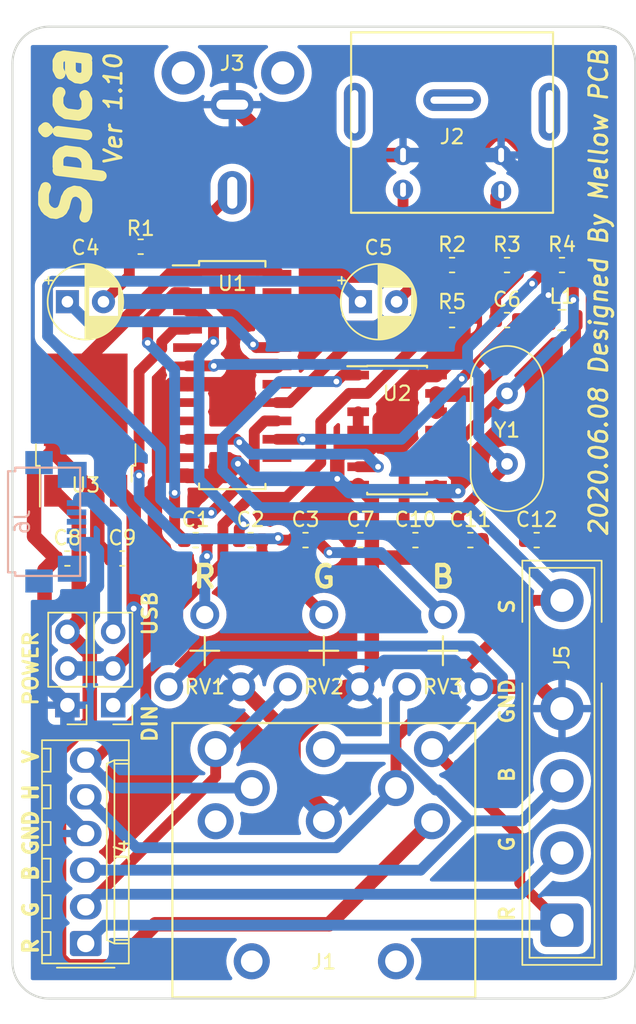
<source format=kicad_pcb>
(kicad_pcb (version 20211014) (generator pcbnew)
  (layers (0 "F.Cu" signal) (31 "B.Cu" signal) (34 "B.Paste" user) (35 "F.Paste" user) (36 "B.SilkS" user "B.Silkscreen") (37 "F.SilkS" user "F.Silkscreen") (38 "B.Mask" user) (39 "F.Mask" user) (44 "Edge.Cuts" user))
  (net 0 "")
  (net 1 "/Rin")
  (net 2 "Net-(C1-Pad2)")
  (net 3 "Net-(C2-Pad2)")
  (net 4 "/Gin")
  (net 5 "/Bin")
  (net 6 "Net-(C3-Pad2)")
  (net 7 "Net-(C4-Pad1)")
  (net 8 "Net-(C4-Pad2)")
  (net 9 "Net-(C5-Pad2)")
  (net 10 "Net-(C5-Pad1)")
  (net 11 "Net-(C6-Pad2)")
  (net 12 "Net-(C6-Pad1)")
  (net 13 "VCC")
  (net 14 "GND")
  (net 15 "+12V")
  (net 16 "Net-(C10-Pad1)")
  (net 17 "/SCin")
  (net 18 "/YTRAP")
  (net 19 "Net-(C12-Pad1)")
  (net 20 "/HSYNC")
  (net 21 "/VSYNC")
  (net 22 "/R")
  (net 23 "/G")
  (net 24 "/B")
  (net 25 "/S_C")
  (net 26 "/S_Y")
  (net 27 "/VIDEO")
  (net 28 "/CSYNC")
  (net 29 "Net-(U2-Pad3)")
  (net 30 "/REG5V")
  (net 31 "/USB5V")
  (footprint "Capacitor_THT:CP_Radial_D5.0mm_P2.50mm" (layer "F.Cu") (at 58.42 81.28)
    (fp_text reference "C4")
    (fp_text value "220u")
  )
  (footprint "Capacitor_THT:CP_Radial_D5.0mm_P2.50mm" (layer "F.Cu") (at 78.74 81.28)
    (fp_text reference "C5")
    (fp_text value "220u")
  )
  (footprint "mei:SOIC-24_4.4x15.4mm_P1.27mm" (layer "F.Cu") (at 69.85 86.36)
    (fp_text reference "U1")
    (fp_text value "BH7236AF")
  )
  (footprint "Connector_PinHeader_2.54mm:PinHeader_1x03_P2.54mm_Vertical" (layer "F.Cu") (at 58.42 109.22 180)
    (fp_text reference "J7" hide)
    (fp_text value "Conn_01x03")
  )
  (footprint "Capacitor_SMD:C_0603_1608Metric" (layer "F.Cu") (at 67.31 97.79)
    (fp_text reference "C1")
    (fp_text value "0.1u")
  )
  (footprint "Capacitor_SMD:C_0603_1608Metric" (layer "F.Cu") (at 71.12 97.79)
    (fp_text reference "C2")
    (fp_text value "0.1u")
  )
  (footprint "Capacitor_SMD:C_0603_1608Metric" (layer "F.Cu") (at 74.93 97.79)
    (fp_text reference "C3")
    (fp_text value "0.1u")
  )
  (footprint "Capacitor_SMD:C_0603_1608Metric" (layer "F.Cu") (at 88.9 82.55)
    (fp_text reference "C6")
    (fp_text value "0.47u")
  )
  (footprint "Capacitor_SMD:C_0603_1608Metric" (layer "F.Cu") (at 78.74 97.79)
    (fp_text reference "C7")
    (fp_text value "C")
  )
  (footprint "Capacitor_SMD:C_0603_1608Metric" (layer "F.Cu") (at 58.42 99.06)
    (fp_text reference "C8")
    (fp_text value "0.33u")
  )
  (footprint "Capacitor_SMD:C_0603_1608Metric" (layer "F.Cu") (at 62.23 99.06)
    (fp_text reference "C9")
    (fp_text value "0.1u")
  )
  (footprint "Capacitor_SMD:C_0603_1608Metric" (layer "F.Cu") (at 82.55 97.79)
    (fp_text reference "C10")
    (fp_text value "20p")
  )
  (footprint "Capacitor_SMD:C_0603_1608Metric" (layer "F.Cu") (at 86.36 97.79)
    (fp_text reference "C11")
    (fp_text value "20p")
  )
  (footprint "Capacitor_SMD:C_0603_1608Metric" (layer "F.Cu") (at 90.9575 97.79)
    (fp_text reference "C12")
    (fp_text value "27p")
  )
  (footprint "mei:MINI-DIN-4-DI-6798-4" (layer "F.Cu") (at 85.09 71.12)
    (fp_text reference "J2")
    (fp_text value "Mini-DIN-4-S")
  )
  (footprint "mei:RCA-HLR-3201VXB-002HG" (layer "F.Cu") (at 69.85 62.23 180)
    (fp_text reference "J3")
    (fp_text value "RCA-VIDEO")
  )
  (footprint "Inductor_SMD:L_0805_2012Metric" (layer "F.Cu") (at 92.71 82.55)
    (fp_text reference "L1")
    (fp_text value "68u")
  )
  (footprint "Resistor_SMD:R_0603_1608Metric" (layer "F.Cu") (at 63.5 77.47 180)
    (fp_text reference "R1")
    (fp_text value "75")
  )
  (footprint "Resistor_SMD:R_0603_1608Metric" (layer "F.Cu") (at 85.09 78.74)
    (fp_text reference "R2")
    (fp_text value "75")
  )
  (footprint "Resistor_SMD:R_0603_1608Metric" (layer "F.Cu") (at 88.9 78.74)
    (fp_text reference "R3")
    (fp_text value "75")
  )
  (footprint "Resistor_SMD:R_0603_1608Metric" (layer "F.Cu") (at 92.71 78.74)
    (fp_text reference "R4")
    (fp_text value "1M")
  )
  (footprint "mei:RV-RM-065" (layer "F.Cu") (at 76.2 107.95)
    (fp_text reference "RV2")
    (fp_text value "2k")
  )
  (footprint "Package_SO:SOIC-14_3.9x8.7mm_P1.27mm" (layer "F.Cu") (at 81.28 90.17)
    (fp_text reference "U2")
    (fp_text value "74HC86")
  )
  (footprint "Package_TO_SOT_SMD:TO-252-2" (layer "F.Cu") (at 59.69 90.17 90)
    (fp_text reference "U3")
    (fp_text value "NJM7805SDL1")
  )
  (footprint "Crystal:Crystal_HC49-4H_Vertical" (layer "F.Cu") (at 88.9 87.63 -90)
    (fp_text reference "Y1")
    (fp_text value "3.579545M")
  )
  (footprint "mei:DIN8_Conn_Female_RTC9016" (layer "F.Cu") (at 76.2 124.46)
    (fp_text reference "J1")
    (fp_text value "DIN-8-CRT")
  )
  (footprint "mei:RV-RM-065" (layer "F.Cu") (at 67.945 107.95)
    (fp_text reference "RV1")
    (fp_text value "2k")
  )
  (footprint "Connector_PinHeader_2.54mm:PinHeader_1x03_P2.54mm_Vertical" (layer "F.Cu") (at 61.595 109.22 180)
    (fp_text reference "SW1" hide)
    (fp_text value "SW_SPDT")
  )
  (footprint "mei:RV-RM-065" (layer "F.Cu") (at 84.455 107.95)
    (fp_text reference "RV3")
    (fp_text value "2k")
  )
  (footprint "Connector_Molex:Molex_KK-254_AE-6410-06A_1x06_P2.54mm_Vertical" (layer "F.Cu") (at 59.69 125.73 90)
    (fp_text reference "J4")
    (fp_text value "Conn_01x06")
  )
  (footprint "mei:Molex_SPOX_05_P5.00mm" (layer "F.Cu") (at 92.71 124.46 90)
    (fp_text reference "J5")
    (fp_text value "Conn_01x05")
  )
  (footprint "Resistor_SMD:R_0603_1608Metric" (layer "F.Cu") (at 85.09 82.55)
    (fp_text reference "R5")
    (fp_text value "R")
  )
  (footprint "mei:MicroUSB_ZX62R-B-5P" (layer "B.Cu") (at 59.055 96.52 90)
    (fp_text reference "J6")
    (fp_text value "USB_B_Micro")
  )
  (gr_line (start 97.79 64.77) (end 97.79 127) (layer "Edge.Cuts") (width 0.15))
  (gr_line (start 95.25 62.23) (end 57.15 62.23) (layer "Edge.Cuts") (width 0.15))
  (gr_arc (start 57.15 129.54) (mid 55.353949 128.796051) (end 54.61 127) (layer "Edge.Cuts") (width 0.15))
  (gr_line (start 57.15 129.54) (end 95.25 129.54) (layer "Edge.Cuts") (width 0.15))
  (gr_arc (start 54.61 64.77) (mid 55.353949 62.973949) (end 57.15 62.23) (layer "Edge.Cuts") (width 0.15))
  (gr_arc (start 95.25 62.23) (mid 97.046051 62.973949) (end 97.79 64.77) (layer "Edge.Cuts") (width 0.15))
  (gr_arc (start 97.79 127) (mid 97.046051 128.796051) (end 95.25 129.54) (layer "Edge.Cuts") (width 0.15))
  (gr_line (start 54.61 64.77) (end 54.61 127) (layer "Edge.Cuts") (width 0.15))
  (gr_text "R     G     B    GND      S" (at 88.9 113.03 90) (layer "F.SilkS") (effects (font (size 1 1) (thickness 0.2))))
  (gr_text "R" (at 67.945 100.33) (layer "F.SilkS") (effects (font (size 1.5 1.5) (thickness 0.3))))
  (gr_text "Ver 1.10" (at 61.595 67.945 90) (layer "F.SilkS") (effects (font (size 1.2 1.2) (thickness 0.2) italic)))
  (gr_text "POWER" (at 55.88 106.68 90) (layer "F.SilkS") (effects (font (size 1 1) (thickness 0.2))))
  (gr_text "G" (at 76.2 100.33) (layer "F.SilkS") (effects (font (size 1.5 1.5) (thickness 0.3))))
  (gr_text "R  G  B GND H  V" (at 55.88 119.38 90) (layer "F.SilkS") (effects (font (size 1 1) (thickness 0.25))))
  (gr_text "USB" (at 64.135 102.87 90) (layer "F.SilkS") (effects (font (size 1 1) (thickness 0.2))))
  (gr_text "DIN" (at 64.135 110.49 90) (layer "F.SilkS") (effects (font (size 1 1) (thickness 0.2))))
  (gr_text "2020.06.08 Designed By Mellow PCB" (at 95.25 80.645 90) (layer "F.SilkS") (effects (font (size 1.25 1.2) (thickness 0.2) italic)))
  (gr_text "B" (at 84.455 100.33) (layer "F.SilkS") (effects (font (size 1.5 1.5) (thickness 0.3))))
  (gr_text "Spica" (at 58.42 69.85 90) (layer "F.SilkS") (effects (font (size 3 3) (thickness 0.75) italic)))
  (segment (start 65.8693 80.645) (end 63.9856 82.5287) (width 0.75) (layer "F.Cu") (net 1))
  (segment (start 66.5225 97.79) (end 65.8552 97.1227) (width 0.75) (layer "F.Cu") (net 1))
  (segment (start 65.8552 97.1227) (end 65.8552 94.5143) (width 0.75) (layer "F.Cu") (net 1))
  (segment (start 63.9856 82.5287) (end 63.9856 84.1295) (width 0.75) (layer "F.Cu") (net 1))
  (segment (start 66.75 80.645) (end 65.8693 80.645) (width 0.75) (layer "F.Cu") (net 1))
  (via (at 63.9856 84.1295) (size 0.8) (drill 0.4) (layers "F.Cu" "B.Cu") (net 1))
  (via (at 65.8552 94.5143) (size 0.8) (drill 0.4) (layers "F.Cu" "B.Cu") (net 1))
  (segment (start 65.8552 85.9991) (end 65.8552 94.5143) (width 0.75) (layer "B.Cu") (net 1))
  (segment (start 63.9856 84.1295) (end 65.8552 85.9991) (width 0.75) (layer "B.Cu") (net 1))
  (segment (start 68.0975 97.79) (end 68.0975 98.899) (width 0.75) (layer "F.Cu") (net 2))
  (via (at 68.0975 98.899) (size 0.8) (drill 0.4) (layers "F.Cu" "B.Cu") (net 2))
  (segment (start 67.945 99.0515) (end 68.0975 98.899) (width 0.75) (layer "B.Cu") (net 2))
  (segment (start 67.945 102.95) (end 67.945 99.0515) (width 0.75) (layer "B.Cu") (net 2))
  (segment (start 71.9075 98.6575) (end 76.2 102.95) (width 0.75) (layer "F.Cu") (net 3))
  (segment (start 71.9075 97.79) (end 71.9075 98.6575) (width 0.75) (layer "F.Cu") (net 3))
  (segment (start 70.3325 97.79) (end 70.3325 96.9902) (width 0.75) (layer "F.Cu") (net 4))
  (segment (start 68.5477 82.8487) (end 68.5477 84.065) (width 0.75) (layer "F.Cu") (net 4))
  (segment (start 70.3325 96.9902) (end 70.6317 96.691) (width 0.75) (layer "F.Cu") (net 4))
  (segment (start 66.75 81.915) (end 67.614 81.915) (width 0.75) (layer "F.Cu") (net 4))
  (segment (start 67.614 81.915) (end 68.5477 82.8487) (width 0.75) (layer "F.Cu") (net 4))
  (via (at 70.6317 96.691) (size 0.8) (drill 0.4) (layers "F.Cu" "B.Cu") (net 4))
  (via (at 68.5477 84.065) (size 0.8) (drill 0.4) (layers "F.Cu" "B.Cu") (net 4))
  (segment (start 67.5446 85.0681) (end 67.5446 93.6039) (width 0.75) (layer "B.Cu") (net 4))
  (segment (start 68.5477 84.065) (end 67.5446 85.0681) (width 0.75) (layer "B.Cu") (net 4))
  (segment (start 67.5446 93.6039) (end 70.6317 96.691) (width 0.75) (layer "B.Cu") (net 4))
  (segment (start 74.1425 97.79) (end 73.1723 97.79) (width 0.75) (layer "F.Cu") (net 5))
  (segment (start 73.1723 97.79) (end 73.025 97.6427) (width 0.75) (layer "F.Cu") (net 5))
  (segment (start 63.3891 93.3127) (end 63.3891 86.1053) (width 0.75) (layer "F.Cu") (net 5))
  (segment (start 64.9609 84.5335) (end 64.9609 84.0642) (width 0.75) (layer "F.Cu") (net 5))
  (segment (start 65.8401 83.185) (end 66.75 83.185) (width 0.75) (layer "F.Cu") (net 5))
  (segment (start 64.9609 84.0642) (end 65.8401 83.185) (width 0.75) (layer "F.Cu") (net 5))
  (segment (start 63.3891 86.1053) (end 64.9609 84.5335) (width 0.75) (layer "F.Cu") (net 5))
  (via (at 73.025 97.6427) (size 0.8) (drill 0.4) (layers "F.Cu" "B.Cu") (net 5))
  (via (at 63.3891 93.3127) (size 0.8) (drill 0.4) (layers "F.Cu" "B.Cu") (net 5))
  (segment (start 63.3891 93.3127) (end 63.3891 94.8949) (width 0.75) (layer "B.Cu") (net 5))
  (segment (start 63.3891 94.8949) (end 66.1885 97.6943) (width 0.75) (layer "B.Cu") (net 5))
  (segment (start 72.9734 97.6943) (end 73.025 97.6427) (width 0.75) (layer "B.Cu") (net 5))
  (segment (start 66.1885 97.6943) (end 72.9734 97.6943) (width 0.75) (layer "B.Cu") (net 5))
  (segment (start 76.5821 98.6546) (end 75.7175 97.79) (width 0.75) (layer "F.Cu") (net 6))
  (via (at 76.5821 98.6546) (size 0.8) (drill 0.4) (layers "F.Cu" "B.Cu") (net 6))
  (segment (start 76.5821 98.6546) (end 80.1596 98.6546) (width 0.75) (layer "B.Cu") (net 6))
  (segment (start 80.1596 98.6546) (end 84.455 102.95) (width 0.75) (layer "B.Cu") (net 6))
  (segment (start 71.5105 84.455) (end 71.2926 84.2371) (width 0.75) (layer "F.Cu") (net 7))
  (segment (start 72.95 84.455) (end 71.5105 84.455) (width 0.75) (layer "F.Cu") (net 7))
  (via (at 71.2926 84.2371) (size 0.8) (drill 0.4) (layers "F.Cu" "B.Cu") (net 7))
  (segment (start 59.8047 82.6647) (end 58.42 81.28) (width 0.75) (layer "B.Cu") (net 7))
  (segment (start 71.2926 84.2371) (end 69.7202 82.6647) (width 0.75) (layer "B.Cu") (net 7))
  (segment (start 69.7202 82.6647) (end 59.8047 82.6647) (width 0.75) (layer "B.Cu") (net 7))
  (segment (start 60.92 81.28) (end 62.7125 79.4875) (width 0.75) (layer "F.Cu") (net 8))
  (segment (start 62.7125 79.4875) (end 62.7125 77.47) (width 0.75) (layer "F.Cu") (net 8))
  (segment (start 82.1903 80.3297) (end 81.24 81.28) (width 0.75) (layer "F.Cu") (net 9))
  (segment (start 85.8775 78.8235) (end 84.3713 80.3297) (width 0.75) (layer "F.Cu") (net 9))
  (segment (start 84.3713 80.3297) (end 82.1903 80.3297) (width 0.75) (layer "F.Cu") (net 9))
  (segment (start 85.8775 78.74) (end 85.8775 78.8235) (width 0.75) (layer "F.Cu") (net 9))
  (segment (start 72.1064 89.535) (end 72.95 89.535) (width 0.75) (layer "F.Cu") (net 10))
  (segment (start 71.3746 92.921) (end 71.3746 90.2668) (width 0.75) (layer "F.Cu") (net 10))
  (segment (start 68.3966 95.899) (end 71.3746 92.921) (width 0.75) (layer "F.Cu") (net 10))
  (segment (start 71.3746 90.2668) (end 72.1064 89.535) (width 0.75) (layer "F.Cu") (net 10))
  (via (at 68.3966 95.899) (size 0.8) (drill 0.4) (layers "F.Cu" "B.Cu") (net 10))
  (segment (start 78.74 81.28) (end 77.3191 79.8591) (width 0.75) (layer "B.Cu") (net 10))
  (segment (start 57.3918 79.8591) (end 57.0446 80.2063) (width 0.75) (layer "B.Cu") (net 10))
  (segment (start 57.0446 80.2063) (end 57.0446 83.662) (width 0.75) (layer "B.Cu") (net 10))
  (segment (start 64.8799 91.4973) (end 64.8799 94.9487) (width 0.75) (layer "B.Cu") (net 10))
  (segment (start 64.8799 94.9487) (end 65.8302 95.899) (width 0.75) (layer "B.Cu") (net 10))
  (segment (start 77.3191 79.8591) (end 57.3918 79.8591) (width 0.75) (layer "B.Cu") (net 10))
  (segment (start 65.8302 95.899) (end 68.3966 95.899) (width 0.75) (layer "B.Cu") (net 10))
  (segment (start 57.0446 83.662) (end 64.8799 91.4973) (width 0.75) (layer "B.Cu") (net 10))
  (segment (start 72.95 90.805) (end 74.7257 90.805) (width 0.75) (layer "F.Cu") (net 11))
  (segment (start 85.7607 86.6178) (end 89.6875 82.691) (width 0.75) (layer "F.Cu") (net 11))
  (segment (start 89.6875 82.691) (end 89.6875 82.55) (width 0.75) (layer "F.Cu") (net 11))
  (via (at 85.7607 86.6178) (size 0.8) (drill 0.4) (layers "F.Cu" "B.Cu") (net 11))
  (via (at 74.7257 90.805) (size 0.8) (drill 0.4) (layers "F.Cu" "B.Cu") (net 11))
  (segment (start 81.5735 90.805) (end 74.7257 90.805) (width 0.75) (layer "B.Cu") (net 11))
  (segment (start 85.7607 86.6178) (end 81.5735 90.805) (width 0.75) (layer "B.Cu") (net 11))
  (segment (start 89.6875 79.3838) (end 89.6875 78.74) (width 0.75) (layer "F.Cu") (net 12))
  (segment (start 88.1125 80.9588) (end 89.6875 79.3838) (width 0.75) (layer "F.Cu") (net 12))
  (segment (start 88.1125 82.55) (end 88.1125 80.9588) (width 0.75) (layer "F.Cu") (net 12))
  (segment (start 77.7508 91.44) (end 77.1296 92.0612) (width 1) (layer "F.Cu") (net 13))
  (segment (start 65.0016 93.3229) (end 64.4867 93.8378) (width 1) (layer "F.Cu") (net 13))
  (segment (start 83.98 86.36) (end 83.1195 86.36) (width 1) (layer "F.Cu") (net 13))
  (segment (start 85.5116 94.4) (end 85.5116 93.4366) (width 1) (layer "F.Cu") (net 13))
  (segment (start 78.58 91.44) (end 77.7508 91.44) (width 1) (layer "F.Cu") (net 13))
  (segment (start 79.3984 91.44) (end 78.58 91.44) (width 1) (layer "F.Cu") (net 13))
  (segment (start 70.646 85.725) (end 72.95 85.725) (width 1) (layer "F.Cu") (net 13))
  (segment (start 85.8775 84.4625) (end 83.98 86.36) (width 1) (layer "F.Cu") (net 13))
  (segment (start 70.2407 92.5002) (end 69.3959 93.345) (width 1) (layer "F.Cu") (net 13))
  (segment (start 66.7279 93.3229) (end 65.0016 93.3229) (width 1) (layer "F.Cu") (net 13))
  (segment (start 69.376 86.995) (end 70.646 85.725) (width 1) (layer "F.Cu") (net 13))
  (segment (start 66.75 86.995) (end 69.376 86.995) (width 1) (layer "F.Cu") (net 13))
  (segment (start 77.1296 93.546) (end 77.1296 96.9671) (width 1) (layer "F.Cu") (net 13))
  (segment (start 65.0016 93.3229) (end 65.0016 87.6807) (width 1) (layer "F.Cu") (net 13))
  (segment (start 85.8775 82.55) (end 85.8775 84.4625) (width 1) (layer "F.Cu") (net 13))
  (segment (start 64.4867 103.7883) (end 61.595 106.68) (width 1) (layer "F.Cu") (net 13))
  (segment (start 84.785 92.71) (end 83.98 92.71) (width 1) (layer "F.Cu") (net 13))
  (segment (start 66.75 93.345) (end 66.7279 93.3229) (width 1) (layer "F.Cu") (net 13))
  (segment (start 77.1296 92.0612) (end 77.1296 93.546) (width 1) (layer "F.Cu") (net 13))
  (segment (start 69.3959 93.345) (end 66.75 93.345) (width 1) (layer "F.Cu") (net 13))
  (segment (start 65.6873 86.995) (end 66.75 86.995) (width 1) (layer "F.Cu") (net 13))
  (segment (start 80.0701 90.7683) (end 79.3984 91.44) (width 1) (layer "F.Cu") (net 13))
  (segment (start 64.4867 93.8378) (end 64.4867 103.7883) (width 1) (layer "F.Cu") (net 13))
  (segment (start 77.1296 96.9671) (end 77.9525 97.79) (width 1) (layer "F.Cu") (net 13))
  (segment (start 85.5116 93.4366) (end 84.785 92.71) (width 1) (layer "F.Cu") (net 13))
  (segment (start 83.1195 86.36) (end 80.0701 89.4094) (width 1) (layer "F.Cu") (net 13))
  (segment (start 80.0701 89.4094) (end 80.0701 90.7683) (width 1) (layer "F.Cu") (net 13))
  (segment (start 65.0016 87.6807) (end 65.6873 86.995) (width 1) (layer "F.Cu") (net 13))
  (via (at 70.2407 92.5002) (size 0.8) (drill 0.4) (layers "F.Cu" "B.Cu") (net 13))
  (via (at 77.1296 93.546) (size 0.8) (drill 0.4) (layers "F.Cu" "B.Cu") (net 13))
  (via (at 85.5116 94.4) (size 0.8) (drill 0.4) (layers "F.Cu" "B.Cu") (net 13))
  (segment (start 71.2865 93.546) (end 77.1296 93.546) (width 1) (layer "B.Cu") (net 13))
  (segment (start 70.2407 92.5002) (end 71.2865 93.546) (width 1) (layer "B.Cu") (net 13))
  (segment (start 77.9836 94.4) (end 85.5116 94.4) (width 1) (layer "B.Cu") (net 13))
  (segment (start 58.42 106.68) (end 61.595 106.68) (width 1) (layer "B.Cu") (net 13))
  (segment (start 77.1296 93.546) (end 77.9836 94.4) (width 1) (layer "B.Cu") (net 13))
  (segment (start 60.4951 98.1126) (end 61.4425 99.06) (width 1) (layer "F.Cu") (net 14))
  (segment (start 72.5524 78.9774) (end 72.95 79.375) (width 1) (layer "F.Cu") (net 14))
  (segment (start 74.0985 111.6034) (end 74.0984 111.6035) (width 1) (layer "F.Cu") (net 14))
  (segment (start 83.3375 98.0214) (end 83.3375 97.79) (width 1) (layer "F.Cu") (net 14))
  (segment (start 70.445 107.95) (end 74.0985 111.6034) (width 1) (layer "F.Cu") (net 14))
  (segment (start 57.4074 90.3526) (end 59.69 88.07) (width 1) (layer "F.Cu") (net 14))
  (segment (start 71.597 69.377) (end 69.85 67.63) (width 1) (layer "F.Cu") (net 14))
  (segment (start 91.2 107.95) (end 92.71 109.46) (width 1) (layer "F.Cu") (net 14))
  (segment (start 67.1476 78.9774) (end 71.597 78.9774) (width 1) (layer "F.Cu") (net 14))
  (segment (start 84.2874 98.9713) (end 86.2071 98.9713) (width 1) (layer "F.Cu") (net 14))
  (segment (start 66.75 79.375) (end 67.1476 78.9774) (width 1) (layer "F.Cu") (net 14))
  (segment (start 56.1096 97.5371) (end 56.1096 92.9381) (width 1) (layer "F.Cu") (net 14))
  (segment (start 74.0984 114.3122) (end 76.2 116.4138) (width 1) (layer "F.Cu") (net 14))
  (segment (start 76.2 116.4138) (end 76.2 117.26) (width 1) (layer "F.Cu") (net 14))
  (segment (start 91.7725 82.55) (end 91.7725 80.8208) (width 1) (layer "F.Cu") (net 14))
  (segment (start 79.5275 97.79) (end 79.5275 98.9994) (width 1) (layer "F.Cu") (net 14))
  (segment (start 83.3375 98.0214) (end 84.2874 98.9713) (width 1) (layer "F.Cu") (net 14))
  (segment (start 58.42 109.22) (end 56.8354 107.6354) (width 1) (layer "F.Cu") (net 14))
  (segment (start 84.0387 87.6887) (end 83.98 87.63) (width 1) (layer "F.Cu") (net 14))
  (segment (start 86.955 107.95) (end 91.2 107.95) (width 1) (layer "F.Cu") (net 14))
  (segment (start 56.1096 92.9381) (end 57.4075 91.6402) (width 1) (layer "F.Cu") (net 14))
  (segment (start 86.6044 87.7181) (end 91.7725 82.55) (width 1) (layer "F.Cu") (net 14))
  (segment (start 71.597 71.12) (end 71.597 69.377) (width 1) (layer "F.Cu") (net 14))
  (segment (start 79.5275 94.9275) (end 78.58 93.98) (width 1) (layer "F.Cu") (net 14))
  (segment (start 59.69 85.2956) (end 65.6106 79.375) (width 1) (layer "F.Cu") (net 14))
  (segment (start 79.5275 97.79) (end 79.5275 94.9275) (width 1) (layer "F.Cu") (net 14))
  (segment (start 77.7519 107.95) (end 74.0985 111.6034) (width 1) (layer "F.Cu") (net 14))
  (segment (start 57.4075 91.6402) (end 60.4951 94.7279) (width 1) (layer "F.Cu") (net 14))
  (segment (start 57.6325 99.06) (end 56.1096 97.5371) (width 1) (layer "F.Cu") (net 14))
  (segment (start 86.2071 98.9713) (end 87.1475 98.0309) (width 1) (layer "F.Cu") (net 14))
  (segment (start 57.4074 91.6402) (end 57.4074 90.3526) (width 1) (layer "F.Cu") (net 14))
  (segment (start 79.5275 107.1225) (end 78.7 107.95) (width 1) (layer "F.Cu") (net 14))
  (segment (start 56.8354 107.6354) (end 56.8354 99.8571) (width 1) (layer "F.Cu") (net 14))
  (segment (start 79.5275 98.9994) (end 79.5275 107.1225) (width 1) (layer "F.Cu") (net 14))
  (segment (start 71.597 78.9774) (end 72.5524 78.9774) (width 1) (layer "F.Cu") (net 14))
  (segment (start 74.0984 111.6035) (end 74.0984 114.3122) (width 1) (layer "F.Cu") (net 14))
  (segment (start 84.0387 87.7181) (end 84.0387 87.6887) (width 1) (layer "F.Cu") (net 14))
  (segment (start 84.0387 88.8413) (end 84.0387 87.7181) (width 1) (layer "F.Cu") (net 14))
  (segment (start 83.98 88.9) (end 84.0387 88.8413) (width 1) (layer "F.Cu") (net 14))
  (segment (start 65.6106 79.375) (end 66.75 79.375) (width 1) (layer "F.Cu") (net 14))
  (segment (start 78.7 107.95) (end 77.7519 107.95) (width 1) (layer "F.Cu") (net 14))
  (segment (start 59.69 88.07) (end 59.69 85.2956) (width 1) (layer "F.Cu") (net 14))
  (segment (start 57.4075 91.6402) (end 57.4074 91.6402) (width 1) (layer "F.Cu") (net 14))
  (segment (start 79.5275 98.9994) (end 82.3595 98.9994) (width 1) (layer "F.Cu") (net 14))
  (segment (start 84.0387 87.7181) (end 86.6044 87.7181) (width 1) (layer "F.Cu") (net 14))
  (segment (start 56.8354 99.8571) (end 57.6325 99.06) (width 1) (layer "F.Cu") (net 14))
  (segment (start 60.4951 94.7279) (end 60.4951 98.1126) (width 1) (layer "F.Cu") (net 14))
  (segment (start 71.597 78.9774) (end 71.597 71.12) (width 1) (layer "F.Cu") (net 14))
  (segment (start 81.69 71.12) (end 71.597 71.12) (width 1) (layer "F.Cu") (net 14))
  (segment (start 82.3595 98.9994) (end 83.3375 98.0214) (width 1) (layer "F.Cu") (net 14))
  (segment (start 87.1475 98.0309) (end 87.1475 97.79) (width 1) (layer "F.Cu") (net 14))
  (via (at 91.7725 80.8208) (size 0.8) (drill 0.4) (layers "F.Cu" "B.Cu") (net 14))
  (segment (start 57.8896 116.3096) (end 59.69 118.11) (width 1) (layer "B.Cu") (net 14))
  (segment (start 57.8896 111.315) (end 57.8896 116.3096) (width 1) (layer "B.Cu") (net 14))
  (segment (start 78.7 107.95) (end 80.4236 106.2264) (width 1) (layer "B.Cu") (net 14))
  (segment (start 91.7725 74.4025) (end 91.7725 80.8208) (width 1) (layer "B.Cu") (net 14))
  (segment (start 81.69 71.12) (end 88.49 71.12) (width 1) (layer "B.Cu") (net 14))
  (segment (start 69.57 107.95) (end 66.7354 110.7846) (width 1) (layer "B.Cu") (net 14))
  (segment (start 60.0076 98.0704) (end 60.4697 98.5325) (width 1) (layer "B.Cu") (net 14))
  (segment (start 85.2314 106.2264) (end 86.955 107.95) (width 1) (layer "B.Cu") (net 14))
  (segment (start 88.49 71.12) (end 91.7725 74.4025) (width 1) (layer "B.Cu") (net 14))
  (segment (start 59.055 98.0704) (end 60.0076 98.0704) (width 1) (layer "B.Cu") (net 14))
  (segment (start 66.7354 110.7846) (end 58.42 110.7846) (width 1) (layer "B.Cu") (net 14))
  (segment (start 59.2952 102.1204) (end 58.2339 102.1204) (width 1) (layer "B.Cu") (net 14))
  (segment (start 56.8254 107.6254) (end 58.42 109.22) (width 1) (layer "B.Cu") (net 14))
  (segment (start 60.4697 100.9459) (end 59.2952 102.1204) (width 1) (layer "B.Cu") (net 14))
  (segment (start 60.4697 98.5325) (end 60.4697 100.9459) (width 1) (layer "B.Cu") (net 14))
  (segment (start 80.4236 106.2264) (end 85.2314 106.2264) (width 1) (layer "B.Cu") (net 14))
  (segment (start 58.42 110.7846) (end 58.42 109.22) (width 1) (layer "B.Cu") (net 14))
  (segment (start 58.2339 102.1204) (end 56.8254 103.5289) (width 1) (layer "B.Cu") (net 14))
  (segment (start 70.445 107.95) (end 69.57 107.95) (width 1) (layer "B.Cu") (net 14))
  (segment (start 58.42 110.7846) (end 57.8896 111.315) (width 1) (layer "B.Cu") (net 14))
  (segment (start 56.8254 103.5289) (end 56.8254 107.6254) (width 1) (layer "B.Cu") (net 14))
  (segment (start 59.055 98.0704) (end 59.055 97.82) (width 0.3998) (layer "B.Cu") (net 14))
  (segment (start 76.5653 124.3947) (end 83.7 117.26) (width 1) (layer "F.Cu") (net 15))
  (segment (start 59.9704 105.6904) (end 59.9704 110.36) (width 1) (layer "F.Cu") (net 15))
  (segment (start 59.56 110.7704) (end 59.4555 110.7704) (width 1) (layer "F.Cu") (net 15))
  (segment (start 57.41 94.37) (end 59.2075 96.1675) (width 1) (layer "F.Cu") (net 15))
  (segment (start 59.4555 110.7704) (end 57.8423 112.3836) (width 1) (layer "F.Cu") (net 15))
  (segment (start 64.5237 124.3947) (end 76.5653 124.3947) (width 1) (layer "F.Cu") (net 15))
  (segment (start 57.8423 112.3836) (end 57.8423 126.7385) (width 1) (layer "F.Cu") (net 15))
  (segment (start 61.6115 127.3069) (end 64.5237 124.3947) (width 1) (layer "F.Cu") (net 15))
  (segment (start 58.4107 127.3069) (end 61.6115 127.3069) (width 1) (layer "F.Cu") (net 15))
  (segment (start 59.2075 96.1675) (end 59.2075 99.06) (width 1) (layer "F.Cu") (net 15))
  (segment (start 58.42 104.14) (end 59.2075 103.3525) (width 1) (layer "F.Cu") (net 15))
  (segment (start 57.8423 126.7385) (end 58.4107 127.3069) (width 1) (layer "F.Cu") (net 15))
  (segment (start 59.9704 110.36) (end 59.56 110.7704) (width 1) (layer "F.Cu") (net 15))
  (segment (start 58.42 104.14) (end 59.9704 105.6904) (width 1) (layer "F.Cu") (net 15))
  (segment (start 59.2075 103.3525) (end 59.2075 99.06) (width 1) (layer "F.Cu") (net 15))
  (segment (start 83.98 91.44) (end 83.3808 91.44) (width 0.75) (layer "F.Cu") (net 16))
  (segment (start 81.7625 93.0583) (end 81.7625 97.79) (width 0.75) (layer "F.Cu") (net 16))
  (segment (start 85.09 91.44) (end 83.98 91.44) (width 0.75) (layer "F.Cu") (net 16))
  (segment (start 93.4975 78.74) (end 93.4975 81.1591) (width 0.75) (layer "F.Cu") (net 16))
  (segment (start 88.9 87.63) (end 85.09 91.44) (width 0.75) (layer "F.Cu") (net 16))
  (segment (start 83.3808 91.44) (end 81.7625 93.0583) (width 0.75) (layer "F.Cu") (net 16))
  (via (at 93.4975 81.1591) (size 0.8) (drill 0.4) (layers "F.Cu" "B.Cu") (net 16))
  (segment (start 93.4975 83.0325) (end 93.4975 81.1591) (width 0.75) (layer "B.Cu") (net 16))
  (segment (start 88.9 87.63) (end 93.4975 83.0325) (width 0.75) (layer "B.Cu") (net 16))
  (segment (start 83.98 94.3923) (end 85.551 95.9633) (width 0.75) (layer "F.Cu") (net 17))
  (segment (start 85.551 95.9633) (end 85.551 97.7685) (width 0.75) (layer "F.Cu") (net 17))
  (segment (start 88.9 92.51) (end 88.9 92.6143) (width 0.75) (layer "F.Cu") (net 17))
  (segment (start 88.9 92.6143) (end 85.551 95.9633) (width 0.75) (layer "F.Cu") (net 17))
  (segment (start 90.6379 80.0246) (end 91.9225 78.74) (width 0.75) (layer "F.Cu") (net 17))
  (segment (start 85.551 97.7685) (end 85.5725 97.79) (width 0.75) (layer "F.Cu") (net 17))
  (segment (start 83.98 93.98) (end 83.98 94.3923) (width 0.75) (layer "F.Cu") (net 17))
  (segment (start 66.75 85.725) (end 68.5685 85.725) (width 0.75) (layer "F.Cu") (net 17))
  (via (at 90.6379 80.0246) (size 0.8) (drill 0.4) (layers "F.Cu" "B.Cu") (net 17))
  (via (at 68.5685 85.725) (size 0.8) (drill 0.4) (layers "F.Cu" "B.Cu") (net 17))
  (segment (start 86.9377 90.5477) (end 86.9377 86.3934) (width 0.75) (layer "B.Cu") (net 17))
  (segment (start 86.1645 84.498) (end 86.1645 85.6202) (width 0.75) (layer "B.Cu") (net 17))
  (segment (start 90.6379 80.0246) (end 86.1645 84.498) (width 0.75) (layer "B.Cu") (net 17))
  (segment (start 68.6733 85.6202) (end 68.5685 85.725) (width 0.75) (layer "B.Cu") (net 17))
  (segment (start 86.1645 85.6202) (end 68.6733 85.6202) (width 0.75) (layer "B.Cu") (net 17))
  (segment (start 88.9 92.51) (end 86.9377 90.5477) (width 0.75) (layer "B.Cu") (net 17))
  (segment (start 86.9377 86.3934) (end 86.1645 85.6202) (width 0.75) (layer "B.Cu") (net 17))
  (segment (start 83.6203 81.4746) (end 84.7411 81.4746) (width 0.75) (layer "F.Cu") (net 18))
  (segment (start 87.9899 69.8077) (end 89.0068 69.8077) (width 0.75) (layer "F.Cu") (net 18))
  (segment (start 73.8224 88.265) (end 77.8817 84.2057) (width 0.75) (layer "F.Cu") (net 18))
  (segment (start 86.8911 70.9065) (end 87.9899 69.8077) (width 0.75) (layer "F.Cu") (net 18))
  (segment (start 84.7411 81.4746) (end 86.8911 79.3246) (width 0.75) (layer "F.Cu") (net 18))
  (segment (start 89.0068 69.8077) (end 94.7333 75.5342) (width 0.75) (layer "F.Cu") (net 18))
  (segment (start 86.8911 79.3246) (end 86.8911 70.9065) (width 0.75) (layer "F.Cu") (net 18))
  (segment (start 72.95 88.265) (end 73.8224 88.265) (width 0.75) (layer "F.Cu") (net 18))
  (segment (start 94.7333 75.5342) (end 94.7333 94.8017) (width 0.75) (layer "F.Cu") (net 18))
  (segment (start 80.8892 84.2057) (end 83.6203 81.4746) (width 0.75) (layer "F.Cu") (net 18))
  (segment (start 77.8817 84.2057) (end 80.8892 84.2057) (width 0.75) (layer "F.Cu") (net 18))
  (segment (start 94.7333 94.8017) (end 91.745 97.79) (width 0.75) (layer "F.Cu") (net 18))
  (segment (start 93.6475 90.1062) (end 90.17 93.5837) (width 0.75) (layer "F.Cu") (net 19))
  (segment (start 90.17 93.5837) (end 90.17 97.79) (width 0.75) (layer "F.Cu") (net 19))
  (segment (start 93.6475 82.55) (end 93.6475 90.1062) (width 0.75) (layer "F.Cu") (net 19))
  (segment (start 90.717 101.96) (end 92.71 101.96) (width 0.75) (layer "F.Cu") (net 20))
  (segment (start 81.2 111.477) (end 90.717 101.96) (width 0.75) (layer "F.Cu") (net 20))
  (segment (start 77.0698 86.8087) (end 77.5185 86.36) (width 0.75) (layer "F.Cu") (net 20))
  (segment (start 81.2 114.96) (end 81.2 111.477) (width 0.75) (layer "F.Cu") (net 20))
  (segment (start 77.5185 86.36) (end 78.58 86.36) (width 0.75) (layer "F.Cu") (net 20))
  (via (at 77.0698 86.8087) (size 0.8) (drill 0.4) (layers "F.Cu" "B.Cu") (net 20))
  (segment (start 69.1621 90.7692) (end 73.1226 86.8087) (width 0.75) (layer "B.Cu") (net 20))
  (segment (start 59.69 115.57) (end 63.2132 119.0932) (width 0.75) (layer "B.Cu") (net 20))
  (segment (start 63.2132 119.0932) (end 77.0668 119.0932) (width 0.75) (layer "B.Cu") (net 20))
  (segment (start 92.71 101.96) (end 86.2866 95.5366) (width 0.75) (layer "B.Cu") (net 20))
  (segment (start 86.2866 95.5366) (end 71.7552 95.5366) (width 0.75) (layer "B.Cu") (net 20))
  (segment (start 77.0668 119.0932) (end 81.2 114.96) (width 0.75) (layer "B.Cu") (net 20))
  (segment (start 69.1621 92.9435) (end 69.1621 90.7692) (width 0.75) (layer "B.Cu") (net 20))
  (segment (start 73.1226 86.8087) (end 77.0698 86.8087) (width 0.75) (layer "B.Cu") (net 20))
  (segment (start 71.7552 95.5366) (end 69.1621 92.9435) (width 0.75) (layer "B.Cu") (net 20))
  (segment (start 75.9874 92.4362) (end 75.9874 89.5868) (width 0.75) (layer "F.Cu") (net 21))
  (segment (start 63.8541 107.0967) (end 66.0698 104.881) (width 0.75) (layer "F.Cu") (net 21))
  (segment (start 69.2018 99.3522) (end 69.2018 96.7413) (width 0.75) (layer "F.Cu") (net 21))
  (segment (start 69.2018 96.7413) (end 71.1167 94.8264) (width 0.75) (layer "F.Cu") (net 21))
  (segment (start 66.0698 104.881) (end 66.0698 102.4842) (width 0.75) (layer "F.Cu") (net 21))
  (segment (start 63.8541 109.4789) (end 63.8541 107.0967) (width 0.75) (layer "F.Cu") (net 21))
  (segment (start 59.69 113.03) (end 60.303 113.03) (width 0.75) (layer "F.Cu") (net 21))
  (segment (start 78.58 87.63) (end 79.2225 87.63) (width 0.75) (layer "F.Cu") (net 21))
  (segment (start 79.2225 87.63) (end 84.3025 82.55) (width 0.75) (layer "F.Cu") (net 21))
  (segment (start 77.9442 87.63) (end 78.58 87.63) (width 0.75) (layer "F.Cu") (net 21))
  (segment (start 60.303 113.03) (end 63.8541 109.4789) (width 0.75) (layer "F.Cu") (net 21))
  (segment (start 75.9874 89.5868) (end 77.9442 87.63) (width 0.75) (layer "F.Cu") (net 21))
  (segment (start 71.1167 94.8264) (end 73.5972 94.8264) (width 0.75) (layer "F.Cu") (net 21))
  (segment (start 66.0698 102.4842) (end 69.2018 99.3522) (width 0.75) (layer "F.Cu") (net 21))
  (segment (start 73.5972 94.8264) (end 75.9874 92.4362) (width 0.75) (layer "F.Cu") (net 21))
  (segment (start 61.62 114.96) (end 71.2 114.96) (width 0.75) (layer "B.Cu") (net 21))
  (segment (start 59.69 113.03) (end 61.62 114.96) (width 0.75) (layer "B.Cu") (net 21))
  (segment (start 89.7854 118.3454) (end 89.7854 121.5354) (width 0.75) (layer "F.Cu") (net 22))
  (segment (start 83.7 112.26) (end 89.7854 118.3454) (width 0.75) (layer "F.Cu") (net 22))
  (segment (start 89.7854 121.5354) (end 92.71 124.46) (width 0.75) (layer "F.Cu") (net 22))
  (segment (start 59.69 125.73) (end 60.96 124.46) (width 0.75) (layer "B.Cu") (net 22))
  (segment (start 60.96 124.46) (end 92.71 124.46) (width 0.75) (layer "B.Cu") (net 22))
  (segment (start 86.4327 105.1279) (end 68.2671 105.1279) (width 0.75) (layer "B.Cu") (net 22))
  (segment (start 88.5845 108.5576) (end 88.5845 107.2797) (width 0.75) (layer "B.Cu") (net 22))
  (segment (start 68.2671 105.1279) (end 65.445 107.95) (width 0.75) (layer "B.Cu") (net 22))
  (segment (start 84.8821 112.26) (end 88.5845 108.5576) (width 0.75) (layer "B.Cu") (net 22))
  (segment (start 83.7 112.26) (end 84.8821 112.26) (width 0.75) (layer "B.Cu") (net 22))
  (segment (start 88.5845 107.2797) (end 86.4327 105.1279) (width 0.75) (layer "B.Cu") (net 22))
  (segment (start 68.7 112.26) (end 68.7 114.18) (width 0.75) (layer "F.Cu") (net 23))
  (segment (start 68.7 114.18) (end 59.69 123.19) (width 0.75) (layer "F.Cu") (net 23))
  (segment (start 89.8509 122.3191) (end 60.5609 122.3191) (width 0.75) (layer "B.Cu") (net 23))
  (segment (start 68.7 112.26) (end 69.39 112.26) (width 0.75) (layer "B.Cu") (net 23))
  (segment (start 60.5609 122.3191) (end 59.69 123.19) (width 0.75) (layer "B.Cu") (net 23))
  (segment (start 92.71 119.46) (end 89.8509 122.3191) (width 0.75) (layer "B.Cu") (net 23))
  (segment (start 69.39 112.26) (end 73.7 107.95) (width 0.75) (layer "B.Cu") (net 23))
  (segment (start 89.9395 117.2305) (end 86.4659 117.2305) (width 0.75) (layer "B.Cu") (net 24))
  (segment (start 84.1338 115.0961) (end 83.9362 115.0961) (width 0.75) (layer "B.Cu") (net 24))
  (segment (start 81.955 107.95) (end 81.1001 108.8049) (width 0.75) (layer "B.Cu") (net 24))
  (segment (start 83.9362 115.0961) (end 81.1001 112.26) (width 0.75) (layer "B.Cu") (net 24))
  (segment (start 81.1001 112.26) (end 76.2 112.26) (width 0.75) (layer "B.Cu") (net 24))
  (segment (start 82.9068 120.65) (end 59.69 120.65) (width 0.75) (layer "B.Cu") (net 24))
  (segment (start 86.4368 117.2596) (end 86.2973 117.2596) (width 0.75) (layer "B.Cu") (net 24))
  (segment (start 86.2973 117.2595) (end 82.9068 120.65) (width 0.75) (layer "B.Cu") (net 24))
  (segment (start 81.1001 108.8049) (end 81.1001 112.26) (width 0.75) (layer "B.Cu") (net 24))
  (segment (start 86.4659 117.2305) (end 86.4368 117.2596) (width 0.75) (layer "B.Cu") (net 24))
  (segment (start 86.2973 117.2595) (end 84.1338 115.0961) (width 0.75) (layer "B.Cu") (net 24))
  (segment (start 92.71 114.46) (end 89.9395 117.2305) (width 0.75) (layer "B.Cu") (net 24))
  (segment (start 86.2973 117.2596) (end 86.2973 117.2595) (width 0.75) (layer "B.Cu") (net 24))
  (segment (start 88.1125 78.74) (end 88.1125 73.9975) (width 0.75) (layer "F.Cu") (net 25))
  (segment (start 88.1125 73.9975) (end 88.49 73.62) (width 0.75) (layer "F.Cu") (net 25))
  (segment (start 81.69 76.1275) (end 81.69 73.52) (width 0.75) (layer "F.Cu") (net 26))
  (segment (start 84.3025 78.74) (end 81.69 76.1275) (width 0.75) (layer "F.Cu") (net 26))
  (segment (start 66.11 77.47) (end 69.85 73.73) (width 0.75) (layer "F.Cu") (net 27))
  (segment (start 64.2875 77.47) (end 66.11 77.47) (width 0.75) (layer "F.Cu") (net 27))
  (segment (start 79.9608 92.71) (end 78.58 92.71) (width 0.75) (layer "F.Cu") (net 28))
  (segment (start 66.75 90.805) (end 70.1257 90.805) (width 0.75) (layer "F.Cu") (net 28))
  (segment (start 70.1257 90.805) (end 70.3367 91.016) (width 0.75) (layer "F.Cu") (net 28))
  (via (at 70.3367 91.016) (size 0.8) (drill 0.4) (layers "F.Cu" "B.Cu") (net 28))
  (via (at 79.9608 92.71) (size 0.8) (drill 0.4) (layers "F.Cu" "B.Cu") (net 28))
  (segment (start 71.1576 91.8369) (end 79.0877 91.8369) (width 0.75) (layer "B.Cu") (net 28))
  (segment (start 79.0877 91.8369) (end 79.9608 92.71) (width 0.75) (layer "B.Cu") (net 28))
  (segment (start 70.3367 91.016) (end 71.1576 91.8369) (width 0.75) (layer "B.Cu") (net 28))
  (segment (start 78.58 90.17) (end 78.58 88.9) (width 0.75) (layer "F.Cu") (net 29))
  (segment (start 63.0175 102.5329) (end 63.0175 99.06) (width 1) (layer "F.Cu") (net 30))
  (segment (start 61.97 94.37) (end 63.0175 95.4175) (width 1) (layer "F.Cu") (net 30))
  (segment (start 63.0175 95.4175) (end 63.0175 99.06) (width 1) (layer "F.Cu") (net 30))
  (via (at 63.0175 102.5329) (size 0.8) (drill 0.4) (layers "F.Cu" "B.Cu") (net 30))
  (segment (start 63.1805 107.6345) (end 63.1805 102.6959) (width 1) (layer "B.Cu") (net 30))
  (segment (start 63.1805 102.6959) (end 63.0175 102.5329) (width 1) (layer "B.Cu") (net 30))
  (segment (start 61.595 109.22) (end 63.1805 107.6345) (width 1) (layer "B.Cu") (net 30))
  (segment (start 60.0255 94.9696) (end 59.3054 94.9696) (width 1) (layer "B.Cu") (net 31))
  (segment (start 61.595 104.14) (end 61.6943 104.0407) (width 1) (layer "B.Cu") (net 31))
  (segment (start 61.6943 104.0407) (end 61.6943 96.6384) (width 1) (layer "B.Cu") (net 31))
  (segment (start 61.6943 96.6384) (end 60.0255 94.9696) (width 1) (layer "B.Cu") (net 31))
  (segment (start 59.3054 94.9696) (end 59.055 95.22) (width 0.3998) (layer "B.Cu") (net 31))
  (zone (net 13) (net_name "VCC") (layer "F.Cu") (connect_pads (clearance 0.508)) (min_thickness 0.254) (fill yes (thermal_gap 0.508) (thermal_bridge_width 0.508))
    (polygon (pts (xy 55.88 63.5) (xy 55.88 128.27) (xy 96.52 128.27) (xy 96.52 63.5)))
  )
  (zone (net 14) (net_name "GND") (layer "B.Cu") (connect_pads (clearance 0.508)) (min_thickness 0.254) (fill yes (thermal_gap 0.508) (thermal_bridge_width 0.508))
    (polygon (pts (xy 55.88 63.5) (xy 55.88 128.27) (xy 96.52 128.27) (xy 96.52 63.5)))
  )
)
</source>
